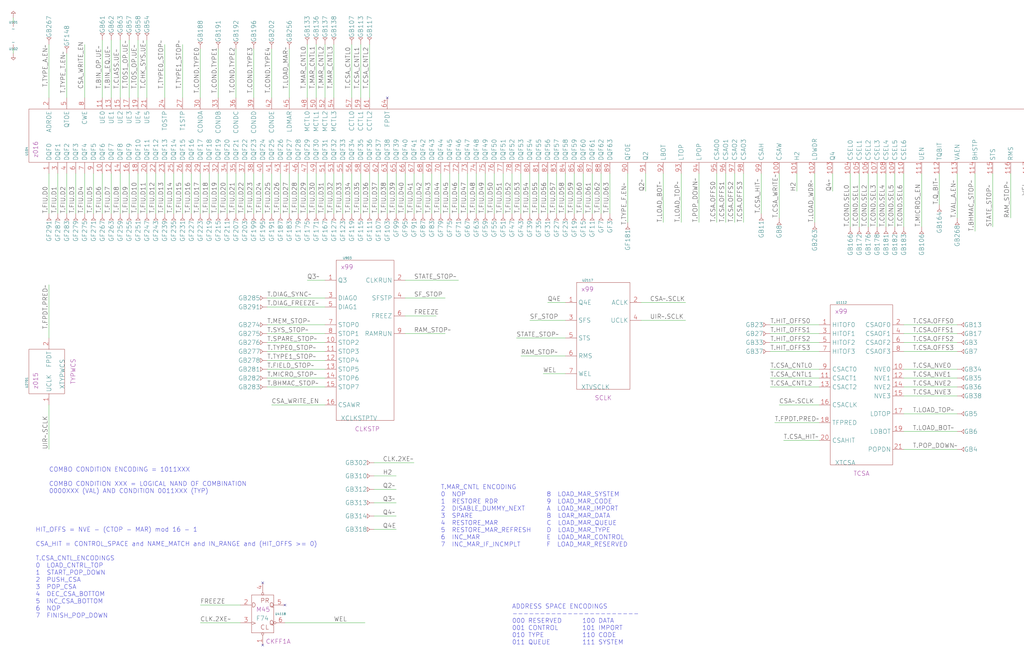
<source format=kicad_sch>
(kicad_sch (version 20230121) (generator eeschema)
  (paper "User" 584.2 378.46)
  (title_block (title "TYP Main"))
  (no_connect (at 162.56 345.44))
  (no_connect (at 149.86 368.3))
  (no_connect (at 220.98 55.88))
  (no_connect (at 149.86 332.74))
  (wire (pts (xy 154.94 231.14) (xy 185.42 231.14)))
  (wire (pts (xy 500.38 129.54) (xy 500.38 99.06)))
  (wire (pts (xy 220.98 121.92) (xy 220.98 99.06)))
  (wire (pts (xy 213.36 302.26) (xy 226.06 302.26)))
  (wire (pts (xy 368.3 109.22) (xy 368.3 99.06)))
  (wire (pts (xy 495.3 129.54) (xy 495.3 99.06)))
  (wire (pts (xy 302.26 182.88) (xy 322.58 182.88)))
  (wire (pts (xy 43.18 121.92) (xy 43.18 99.06)))
  (wire (pts (xy 515.62 236.22) (xy 546.1 236.22)))
  (wire (pts (xy 439.42 195.58) (xy 467.36 195.58)))
  (wire (pts (xy 205.74 121.92) (xy 205.74 99.06)))
  (wire (pts (xy 213.36 287.02) (xy 226.06 287.02)))
  (wire (pts (xy 408.94 127) (xy 408.94 99.06)))
  (wire (pts (xy 73.66 55.88) (xy 73.66 22.86)))
  (wire (pts (xy 152.4 200.66) (xy 185.42 200.66)))
  (wire (pts (xy 68.58 121.92) (xy 68.58 99.06)))
  (wire (pts (xy 124.46 121.92) (xy 124.46 99.06)))
  (wire (pts (xy 246.38 121.92) (xy 246.38 99.06)))
  (wire (pts (xy 195.58 121.92) (xy 195.58 99.06)))
  (wire (pts (xy 256.54 121.92) (xy 256.54 99.06)))
  (wire (pts (xy 424.18 127) (xy 424.18 99.06)))
  (wire (pts (xy 474.98 109.22) (xy 474.98 99.06)))
  (wire (pts (xy 149.86 121.92) (xy 149.86 99.06)))
  (wire (pts (xy 307.34 121.92) (xy 307.34 99.06)))
  (wire (pts (xy 48.26 121.92) (xy 48.26 99.06)))
  (wire (pts (xy 515.62 215.9) (xy 546.1 215.9)))
  (wire (pts (xy 170.18 121.92) (xy 170.18 99.06)))
  (wire (pts (xy 152.4 170.18) (xy 185.42 170.18)))
  (wire (pts (xy 215.9 121.92) (xy 215.9 99.06)))
  (wire (pts (xy 160.02 121.92) (xy 160.02 99.06)))
  (wire (pts (xy 414.02 127) (xy 414.02 99.06)))
  (wire (pts (xy 152.4 215.9) (xy 185.42 215.9)))
  (wire (pts (xy 231.14 170.18) (xy 254 170.18)))
  (wire (pts (xy 68.58 55.88) (xy 68.58 22.86)))
  (wire (pts (xy 210.82 55.88) (xy 210.82 25.4)))
  (wire (pts (xy 7.62 27.94) (xy 7.62 30.48)))
  (wire (pts (xy 596.9 99.06) (xy 596.9 119.38)))
  (wire (pts (xy 83.82 121.92) (xy 83.82 99.06)))
  (wire (pts (xy 134.62 55.88) (xy 134.62 27.94)))
  (wire (pts (xy 154.94 55.88) (xy 154.94 27.94)))
  (wire (pts (xy 327.66 121.92) (xy 327.66 99.06)))
  (wire (pts (xy 297.18 203.2) (xy 322.58 203.2)))
  (wire (pts (xy 124.46 55.88) (xy 124.46 27.94)))
  (wire (pts (xy 213.36 279.4) (xy 226.06 279.4)))
  (wire (pts (xy 210.82 121.92) (xy 210.82 99.06)))
  (wire (pts (xy 281.94 121.92) (xy 281.94 99.06)))
  (wire (pts (xy 515.62 246.38) (xy 546.1 246.38)))
  (wire (pts (xy 152.4 210.82) (xy 185.42 210.82)))
  (wire (pts (xy 134.62 121.92) (xy 134.62 99.06)))
  (wire (pts (xy 63.5 22.86) (xy 63.5 55.88)))
  (wire (pts (xy 73.66 121.92) (xy 73.66 99.06)))
  (wire (pts (xy 342.9 121.92) (xy 342.9 99.06)))
  (wire (pts (xy 190.5 121.92) (xy 190.5 99.06)))
  (wire (pts (xy 525.78 129.54) (xy 525.78 99.06)))
  (wire (pts (xy 576.58 99.06) (xy 576.58 124.46)))
  (wire (pts (xy 38.1 55.88) (xy 38.1 30.48)))
  (wire (pts (xy 515.62 200.66) (xy 546.1 200.66)))
  (wire (pts (xy 241.3 121.92) (xy 241.3 99.06)))
  (wire (pts (xy 175.26 160.02) (xy 185.42 160.02)))
  (wire (pts (xy 398.78 127) (xy 398.78 99.06)))
  (wire (pts (xy 312.42 121.92) (xy 312.42 99.06)))
  (wire (pts (xy 439.42 200.66) (xy 467.36 200.66)))
  (wire (pts (xy 38.1 121.92) (xy 38.1 99.06)))
  (wire (pts (xy 63.5 121.92) (xy 63.5 99.06)))
  (wire (pts (xy 485.14 129.54) (xy 485.14 99.06)))
  (wire (pts (xy 114.3 345.44) (xy 137.16 345.44)))
  (wire (pts (xy 556.26 99.06) (xy 556.26 132.08)))
  (wire (pts (xy 505.46 129.54) (xy 505.46 99.06)))
  (wire (pts (xy 27.94 193.04) (xy 27.94 162.56)))
  (wire (pts (xy 27.94 121.92) (xy 27.94 99.06)))
  (wire (pts (xy 439.42 190.5) (xy 467.36 190.5)))
  (wire (pts (xy 213.36 294.64) (xy 226.06 294.64)))
  (wire (pts (xy 119.38 121.92) (xy 119.38 99.06)))
  (wire (pts (xy 231.14 160.02) (xy 261.62 160.02)))
  (wire (pts (xy 165.1 121.92) (xy 165.1 99.06)))
  (wire (pts (xy 190.5 55.88) (xy 190.5 25.4)))
  (wire (pts (xy 294.64 193.04) (xy 322.58 193.04)))
  (wire (pts (xy 546.1 124.46) (xy 546.1 99.06)))
  (wire (pts (xy 510.54 129.54) (xy 510.54 99.06)))
  (wire (pts (xy 251.46 121.92) (xy 251.46 99.06)))
  (wire (pts (xy 226.06 121.92) (xy 226.06 99.06)))
  (wire (pts (xy 231.14 180.34) (xy 248.92 180.34)))
  (wire (pts (xy 419.1 127) (xy 419.1 99.06)))
  (wire (pts (xy 347.98 121.92) (xy 347.98 99.06)))
  (wire (pts (xy 7.62 10.16) (xy 7.62 12.7)))
  (wire (pts (xy 78.74 55.88) (xy 78.74 22.86)))
  (wire (pts (xy 515.62 210.82) (xy 546.1 210.82)))
  (wire (pts (xy 515.62 190.5) (xy 546.1 190.5)))
  (wire (pts (xy 365.76 182.88) (xy 391.16 182.88)))
  (wire (pts (xy 332.74 121.92) (xy 332.74 99.06)))
  (wire (pts (xy 302.26 121.92) (xy 302.26 99.06)))
  (wire (pts (xy 83.82 55.88) (xy 83.82 22.86)))
  (wire (pts (xy 200.66 121.92) (xy 200.66 99.06)))
  (wire (pts (xy 444.5 231.14) (xy 467.36 231.14)))
  (wire (pts (xy 358.14 99.06) (xy 358.14 127)))
  (wire (pts (xy 114.3 355.6) (xy 137.16 355.6)))
  (wire (pts (xy 109.22 121.92) (xy 109.22 99.06)))
  (wire (pts (xy 104.14 55.88) (xy 104.14 25.4)))
  (wire (pts (xy 378.46 127) (xy 378.46 99.06)))
  (wire (pts (xy 439.42 185.42) (xy 467.36 185.42)))
  (wire (pts (xy 447.04 251.46) (xy 467.36 251.46)))
  (wire (pts (xy 287.02 121.92) (xy 287.02 99.06)))
  (wire (pts (xy 261.62 121.92) (xy 261.62 99.06)))
  (wire (pts (xy 586.74 99.06) (xy 586.74 111.76)))
  (wire (pts (xy 88.9 121.92) (xy 88.9 99.06)))
  (wire (pts (xy 53.34 121.92) (xy 53.34 99.06)))
  (wire (pts (xy 515.62 195.58) (xy 546.1 195.58)))
  (wire (pts (xy 266.7 121.92) (xy 266.7 99.06)))
  (wire (pts (xy 114.3 55.88) (xy 114.3 27.94)))
  (wire (pts (xy 515.62 256.54) (xy 546.1 256.54)))
  (wire (pts (xy 139.7 121.92) (xy 139.7 99.06)))
  (wire (pts (xy 185.42 55.88) (xy 185.42 25.4)))
  (wire (pts (xy 58.42 55.88) (xy 58.42 22.86)))
  (wire (pts (xy 231.14 121.92) (xy 231.14 99.06)))
  (wire (pts (xy 337.82 121.92) (xy 337.82 99.06)))
  (wire (pts (xy 322.58 121.92) (xy 322.58 99.06)))
  (wire (pts (xy 99.06 121.92) (xy 99.06 99.06)))
  (wire (pts (xy 205.74 55.88) (xy 205.74 25.4)))
  (wire (pts (xy 144.78 55.88) (xy 144.78 27.94)))
  (wire (pts (xy 515.62 220.98) (xy 546.1 220.98)))
  (wire (pts (xy 58.42 121.92) (xy 58.42 99.06)))
  (wire (pts (xy 152.4 220.98) (xy 185.42 220.98)))
  (wire (pts (xy 162.56 355.6) (xy 208.28 355.6)))
  (wire (pts (xy 180.34 121.92) (xy 180.34 99.06)))
  (wire (pts (xy 434.34 121.92) (xy 434.34 99.06)))
  (wire (pts (xy 607.06 99.06) (xy 607.06 121.92)))
  (wire (pts (xy 144.78 121.92) (xy 144.78 99.06)))
  (wire (pts (xy 464.82 127) (xy 464.82 99.06)))
  (wire (pts (xy 129.54 121.92) (xy 129.54 99.06)))
  (wire (pts (xy 78.74 121.92) (xy 78.74 99.06)))
  (wire (pts (xy 439.42 210.82) (xy 467.36 210.82)))
  (wire (pts (xy 439.42 220.98) (xy 467.36 220.98)))
  (wire (pts (xy 317.5 121.92) (xy 317.5 99.06)))
  (wire (pts (xy 175.26 121.92) (xy 175.26 99.06)))
  (wire (pts (xy 439.42 215.9) (xy 467.36 215.9)))
  (wire (pts (xy 152.4 185.42) (xy 185.42 185.42)))
  (wire (pts (xy 104.14 121.92) (xy 104.14 99.06)))
  (wire (pts (xy 365.76 172.72) (xy 391.16 172.72)))
  (wire (pts (xy 515.62 185.42) (xy 546.1 185.42)))
  (wire (pts (xy 454.66 109.22) (xy 454.66 99.06)))
  (wire (pts (xy 152.4 205.74) (xy 185.42 205.74)))
  (wire (pts (xy 165.1 55.88) (xy 165.1 27.94)))
  (wire (pts (xy 566.42 99.06) (xy 566.42 129.54)))
  (wire (pts (xy 515.62 226.06) (xy 546.1 226.06)))
  (wire (pts (xy 154.94 121.92) (xy 154.94 99.06)))
  (wire (pts (xy 309.88 213.36) (xy 322.58 213.36)))
  (wire (pts (xy 48.26 55.88) (xy 48.26 25.4)))
  (wire (pts (xy 388.62 127) (xy 388.62 99.06)))
  (wire (pts (xy 297.18 121.92) (xy 297.18 99.06)))
  (wire (pts (xy 515.62 129.54) (xy 515.62 99.06)))
  (wire (pts (xy 236.22 121.92) (xy 236.22 99.06)))
  (wire (pts (xy 490.22 129.54) (xy 490.22 99.06)))
  (wire (pts (xy 185.42 121.92) (xy 185.42 99.06)))
  (wire (pts (xy 93.98 55.88) (xy 93.98 25.4)))
  (wire (pts (xy 444.5 124.46) (xy 444.5 99.06)))
  (wire (pts (xy 175.26 55.88) (xy 175.26 25.4)))
  (wire (pts (xy 27.94 256.54) (xy 27.94 231.14)))
  (wire (pts (xy 180.34 55.88) (xy 180.34 25.4)))
  (wire (pts (xy 27.94 25.4) (xy 27.94 55.88)))
  (wire (pts (xy 152.4 195.58) (xy 185.42 195.58)))
  (wire (pts (xy 152.4 190.5) (xy 185.42 190.5)))
  (wire (pts (xy 213.36 264.16) (xy 236.22 264.16)))
  (wire (pts (xy 33.02 121.92) (xy 33.02 99.06)))
  (wire (pts (xy 535.94 116.84) (xy 535.94 99.06)))
  (wire (pts (xy 231.14 190.5) (xy 254 190.5)))
  (wire (pts (xy 93.98 121.92) (xy 93.98 99.06)))
  (wire (pts (xy 152.4 175.26) (xy 185.42 175.26)))
  (wire (pts (xy 292.1 121.92) (xy 292.1 99.06)))
  (wire (pts (xy 441.96 241.3) (xy 467.36 241.3)))
  (wire (pts (xy 312.42 172.72) (xy 322.58 172.72)))
  (wire (pts (xy 271.78 121.92) (xy 271.78 99.06)))
  (wire (pts (xy 213.36 271.78) (xy 226.06 271.78)))
  (wire (pts (xy 200.66 55.88) (xy 200.66 25.4)))
  (wire (pts (xy 114.3 121.92) (xy 114.3 99.06)))
  (wire (pts (xy 276.86 121.92) (xy 276.86 99.06)))
  (text "HIT_OFFS = NVE - (CTOP - MAR) mod 16 - 1 \n \nCSA_HIT = CONTROL_SPACE and NAME_MATCH and IN_RANGE and (HIT_OFFS >= 0) \n \nT.CSA_CNTL_ENCODINGS\n0  LOAD_CNTRL_TOP\n1  START_POP_DOWN\n2  PUSH_CSA\n3  POP_CSA\n4  DEC_CSA_BOTTOM\n5  INC_CSA_BOTTOM\n6  NOP\n7  FINISH_POP_DOWN\n" (at 20.32 353.06 0) (effects (font (size 2.54 2.54)) (justify left bottom)))
  (text "ADDRESS SPACE ENCODINGS\n-----------------------\n000 RESERVED	100 DATA\n001 CONTROL		101 IMPORT\n010 TYPE		110 CODE\n011 QUEUE		111 SYSTEM" (at 292.1 368.3 0) (effects (font (size 2.54 2.54)) (justify left bottom)))
  (text "TYPE BOARD CONDITION ENCODINGS\n------------------------------\n\nENCODING	TIMING			NAME						COMMENT\n--------	------			----						-------\n0011 000	LATE			TYP_ALU_ZERO\n0011 001	LATE			TYP_ALU_NONEZERO\n0011 010	LATE			TYP_ALU_A_GT_OR_GE_B\n0011 011					SPARE\n0011 100	EARLY			TYP_LOOP_COUNTER_ZERO\n0011 101					SPARE\n0011 110	LATE			TYP_ALU_ZERO				COMBO WITH VAL_ALU_NONZERO\n0011 111	LATE			TYP_ALU_32_CO				ALU 32 BIT CARRY OUT\n\n0100 000	LATE			TYP_ALU_CARRY				ALU 64 BIT CARRY OUT\n0100 001	LATE			TYP_ALU_OVERFLOW			ALU 64 BIT OVERFLOW\n0100 010	LATE			TYP_ALU_LT_ZERO				MSS OF ALU = 1 (ALU < 0)\n0100 011	LATE			TYP_ALU_LE_ZERO\n0100 100	MED LATE		TYP_SIGN_BITS_EQUAL			A0 = B0\n0100 101	EARLY			TYP_FALSE\n0100 110	EARLY			TYP_TRUE\n0100 111	EARLY			TYP_PREVIOUS				LAST SELECTED TYP CONDITION\n\n0101 000	MED LATE		OF_KIND_MATCH\n0101 001	MED LATE		CLASS_A_EQ_LIT\n0101 010	MED LATE		CLASS_B_EQ_LIT\n0101 011	MED LATE		CLASS_A_EQ_B\n0101 100	MED LATE		CLASS_A_B_EQ_LIT\n0101 101	MED LATE		PRIVACY_A_OP_PASS\n0101 110	MED LATE		PRIVACY_B_OP_PASS\n0101 111	MED LATE		PRIVACY_BIN_EQ_PASS\n\n0110 000	MED LATE		PRIVACY_BIN_OP_PASS\n0110 001	MED LATE		PRIVACY_NAMES_EQ\n0110 010	MED LATE		PRIVACY_PATHS_EQ\n0110 011	MED LATE		PRIVACY_STRUCTURE\n0110 100	EARLY			PASS_PRIVACY_BIT\n0110 101	MED LATE		B_BUS_BIT_32\n0110 110	MED LATE		B_BUS_BIT_33\n0110 111	MED LATE		B_BUS_BIT_34\n\n0111 000	MED LATE		B_BUS_BIT_35\n0111 001	MED LATE		B_BUS_BIT_36\n0111 010	MED LATE		B_BUS_BIT_33_34_OR_36\n0111 011					SPARE\n...\n0111 110					SPARE\n0111 111	MED LATE		B_BUS_BIT_21" (at 586.74 375.92 0) (effects (font (size 2.54 2.54)) (justify left bottom)))
  (text "COMBO CONDITION ENCODING = 1011XXX\n\nCOMBO CONDITION XXX = LOGICAL NAND OF COMBINATION\n0000XXX (VAL) AND CONDITION 0011XXX (TYP)\n" (at 27.94 281.94 0) (effects (font (size 2.54 2.54)) (justify left bottom)))
  (text "T.MAR_CNTL ENCODING \n0  NOP                 	8  LOAD_MAR_SYSTEM \n1  RESTORE RDR         	9  LOAD_MAR_CODE\n2  DISABLE_DUMMY_NEXT  	A  LOAD_MAR_IMPORT\n3  SPARE               	B  LOAR_MAR_DATA\n4  RESTORE_MAR         	C  LOAD_MAR_QUEUE\n5  RESTORE_MAR_REFRESH 	D  LOAD_MAR_TYPE\n6  INC_MAR             	E  LOAD_MAR_CONTROL\n7  INC_MAR_IF_INCMPLT  	F  LOAD_MAR_RESERVED\n" (at 251.46 312.42 0) (effects (font (size 2.54 2.54)) (justify left bottom)))
  (text "[AB].D35 - [AB]_DERIVES_PRIVACY~\n[AB].D34 - [AB]_IS_PRIVATE~" (at 378.46 601.98 90) (effects (font (size 2.54 2.54)) (justify left bottom)))
  (label "T.FIU.D27" (at 165.1 121.92 90) (effects (font (size 2.54 2.54))))
  (label "T.COND.TYPE3" (at 144.78 53.34 90) (effects (font (size 2.54 2.54))))
  (label "T.DIAG_FREEZE~" (at 152.4 175.26 0) (effects (font (size 2.54 2.54))))
  (label "T.FIU.D59" (at 327.66 121.92 90) (effects (font (size 2.54 2.54))))
  (label "T.FIU.D23" (at 144.78 121.92 90) (effects (font (size 2.54 2.54))))
  (label "T.COND.SEL5" (at 510.54 129.54 90) (effects (font (size 2.54 2.54))))
  (label "T.SPARE_STOP~" (at 152.4 195.58 0) (effects (font (size 2.54 2.54))))
  (label "T.FIU.D41" (at 236.22 121.92 90) (effects (font (size 2.54 2.54))))
  (label "RAM_STOP~" (at 576.58 124.46 90) (effects (font (size 2.54 2.54))))
  (label "T.CSA_CNTL2" (at 210.82 50.8 90) (effects (font (size 2.54 2.54))))
  (label "T.FIU.D36" (at 210.82 121.92 90) (effects (font (size 2.54 2.54))))
  (label "T.CSA_CNTL1" (at 205.74 50.8 90) (effects (font (size 2.54 2.54))))
  (label "Q4E" (at 218.44 302.26 0) (effects (font (size 2.54 2.54))))
  (label "FREEZE" (at 236.22 180.34 0) (effects (font (size 2.54 2.54))))
  (label "T.MAR_CNTL1" (at 180.34 50.8 90) (effects (font (size 2.54 2.54))))
  (label "T.BHMAC_STOP~" (at 556.26 132.08 90) (effects (font (size 2.54 2.54))))
  (label "H2" (at 454.66 109.22 90) (effects (font (size 2.54 2.54))))
  (label "T.FIU.D12" (at 88.9 121.92 90) (effects (font (size 2.54 2.54))))
  (label "T.FIU.D57" (at 317.5 121.92 90) (effects (font (size 2.54 2.54))))
  (label "T.CSA.OFFS1" (at 414.02 127 90) (effects (font (size 2.54 2.54))))
  (label "H2" (at 218.44 271.78 0) (effects (font (size 2.54 2.54))))
  (label "T.SYS_STOP~" (at 152.4 190.5 0) (effects (font (size 2.54 2.54))))
  (label "T.FIU.D56" (at 312.42 121.92 90) (effects (font (size 2.54 2.54))))
  (label "T.FIU.D49" (at 276.86 121.92 90) (effects (font (size 2.54 2.54))))
  (label "T.FIU.D30" (at 180.34 121.92 90) (effects (font (size 2.54 2.54))))
  (label "T.FIU.D2" (at 38.1 121.92 90) (effects (font (size 2.54 2.54))))
  (label "T.POP_DOWN~" (at 520.7 256.54 0) (effects (font (size 2.54 2.54))))
  (label "T.FIU.D34" (at 200.66 121.92 90) (effects (font (size 2.54 2.54))))
  (label "T.LOAD_MAR~" (at 165.1 50.8 90) (effects (font (size 2.54 2.54))))
  (label "T.TYPE1_STOP~" (at 152.4 205.74 0) (effects (font (size 2.54 2.54))))
  (label "T.FIU.D4" (at 48.26 121.92 90) (effects (font (size 2.54 2.54))))
  (label "T.VAL_A.EN~" (at 546.1 124.46 90) (effects (font (size 2.54 2.54))))
  (label "SF_STOP" (at 236.22 170.18 0) (effects (font (size 2.54 2.54))))
  (label "T.FIU.D62" (at 342.9 121.92 90) (effects (font (size 2.54 2.54))))
  (label "SF_STOP" (at 302.26 182.88 0) (effects (font (size 2.54 2.54))))
  (label "T.CSA.OFFS0" (at 408.94 127 90) (effects (font (size 2.54 2.54))))
  (label "UIR~.SCLK" (at 27.94 256.54 90) (effects (font (size 2.54 2.54))))
  (label "T.CSA_WRITE~" (at 444.5 124.46 90) (effects (font (size 2.54 2.54))))
  (label "T.FIU.D8" (at 68.58 121.92 90) (effects (font (size 2.54 2.54))))
  (label "T.COND.TYPE1" (at 124.46 53.34 90) (effects (font (size 2.54 2.54))))
  (label "T.CSA_NVE1" (at 520.7 215.9 0) (effects (font (size 2.54 2.54))))
  (label "T.COND.SEL0" (at 485.14 129.54 90) (effects (font (size 2.54 2.54))))
  (label "T.FIU.D20" (at 129.54 121.92 90) (effects (font (size 2.54 2.54))))
  (label "T.LOAD_TOP~" (at 520.7 236.22 0) (effects (font (size 2.54 2.54))))
  (label "CSA_WRITE_EN" (at 154.94 231.14 0) (effects (font (size 2.54 2.54))))
  (label "T.FIU.D60" (at 332.74 121.92 90) (effects (font (size 2.54 2.54))))
  (label "CLK.2XE~" (at 218.44 264.16 0) (effects (font (size 2.54 2.54))))
  (label "T.CSA_HIT~" (at 434.34 121.92 90) (effects (font (size 2.54 2.54))))
  (label "T.CSA.OFFS2" (at 520.7 195.58 0) (effects (font (size 2.54 2.54))))
  (label "T.POP_DOWN~" (at 398.78 127 90) (effects (font (size 2.54 2.54))))
  (label "T.HIT_OFFS0" (at 439.42 185.42 0) (effects (font (size 2.54 2.54))))
  (label "T.FIU.D1" (at 33.02 121.92 90) (effects (font (size 2.54 2.54))))
  (label "T.FIU.D0" (at 27.94 121.92 90) (effects (font (size 2.54 2.54))))
  (label "T.CLASS.UE~" (at 68.58 50.8 90) (effects (font (size 2.54 2.54))))
  (label "T.FIU.D61" (at 337.82 121.92 90) (effects (font (size 2.54 2.54))))
  (label "T.FIU.D51" (at 287.02 121.92 90) (effects (font (size 2.54 2.54))))
  (label "T.COND.TYPE2" (at 134.62 53.34 90) (effects (font (size 2.54 2.54))))
  (label "FREEZE" (at 596.9 119.38 90) (effects (font (size 2.54 2.54))))
  (label "T.CSA.OFFS3" (at 520.7 200.66 0) (effects (font (size 2.54 2.54))))
  (label "T.FIU.D50" (at 281.94 121.92 90) (effects (font (size 2.54 2.54))))
  (label "STATE_STOP~" (at 236.22 160.02 0) (effects (font (size 2.54 2.54))))
  (label "RAM_STOP~" (at 236.22 190.5 0) (effects (font (size 2.54 2.54))))
  (label "T.COND.SEL2" (at 495.3 129.54 90) (effects (font (size 2.54 2.54))))
  (label "T.MAR_CNTL3" (at 190.5 50.8 90) (effects (font (size 2.54 2.54))))
  (label "T.BIN_EQ.UE~" (at 63.5 50.8 90) (effects (font (size 2.54 2.54))))
  (label "T.CHK_SYS.UE~" (at 83.82 50.8 90) (effects (font (size 2.54 2.54))))
  (label "T.TYPE_F.EN~" (at 358.14 104.14 270) (effects (font (size 2.54 2.54))))
  (label "T.FIU.D26" (at 160.02 121.92 90) (effects (font (size 2.54 2.54))))
  (label "T.FIU.D25" (at 154.94 121.92 90) (effects (font (size 2.54 2.54))))
  (label "T.BHMAC_STOP~" (at 152.4 220.98 0) (effects (font (size 2.54 2.54))))
  (label "T.FIU.D47" (at 266.7 121.92 90) (effects (font (size 2.54 2.54))))
  (label "T.COND.SEL6" (at 515.62 129.54 90) (effects (font (size 2.54 2.54))))
  (label "T.CSA.OFFS0" (at 520.7 185.42 0) (effects (font (size 2.54 2.54))))
  (label "T.FIU.D43" (at 246.38 121.92 90) (effects (font (size 2.54 2.54))))
  (label "STATE_STOP~" (at 566.42 129.54 90) (effects (font (size 2.54 2.54))))
  (label "T.TOS1_OP.UE~" (at 73.66 50.8 90) (effects (font (size 2.54 2.54))))
  (label "T.FIU.D37" (at 215.9 121.92 90) (effects (font (size 2.54 2.54))))
  (label "T.CSA_HIT~" (at 447.04 251.46 0) (effects (font (size 2.54 2.54))))
  (label "T.CSA.OFFS1" (at 520.7 190.5 0) (effects (font (size 2.54 2.54))))
  (label "T.HIT_OFFS1" (at 439.42 190.5 0) (effects (font (size 2.54 2.54))))
  (label "T.FIU.D63" (at 347.98 121.92 90) (effects (font (size 2.54 2.54))))
  (label "T.TYPE0_STOP~" (at 93.98 50.8 90) (effects (font (size 2.54 2.54))))
  (label "T.LOAD_BOT~" (at 520.7 246.38 0) (effects (font (size 2.54 2.54))))
  (label "T.Q_BIT~" (at 535.94 116.84 90) (effects (font (size 2.54 2.54))))
  (label "T.HIT_OFFS3" (at 439.42 200.66 0) (effects (font (size 2.54 2.54))))
  (label "T.TOS_OP.UE~" (at 78.74 50.8 90) (effects (font (size 2.54 2.54))))
  (label "T.DIAG_SYNC~" (at 152.4 170.18 0) (effects (font (size 2.54 2.54))))
  (label "T.MICROS_EN" (at 525.78 129.54 90) (effects (font (size 2.54 2.54))))
  (label "Q4~" (at 474.98 109.22 90) (effects (font (size 2.54 2.54))))
  (label "T.FIU.D48" (at 271.78 121.92 90) (effects (font (size 2.54 2.54))))
  (label "T.MICRO_STOP~" (at 152.4 215.9 0) (effects (font (size 2.54 2.54))))
  (label "CSA~.SCLK" (at 444.5 231.14 0) (effects (font (size 2.54 2.54))))
  (label "T.MAR_CNTL0" (at 175.26 50.8 90) (effects (font (size 2.54 2.54))))
  (label "T.COND.SEL3" (at 500.38 129.54 90) (effects (font (size 2.54 2.54))))
  (label "FREEZE" (at 114.3 345.44 0) (effects (font (size 2.54 2.54))))
  (label "T.FIU.D55" (at 307.34 121.92 90) (effects (font (size 2.54 2.54))))
  (label "T.CSA_NVE3" (at 520.7 226.06 0) (effects (font (size 2.54 2.54))))
  (label "T.COND.SEL1" (at 490.22 129.54 90) (effects (font (size 2.54 2.54))))
  (label "SF_STOP" (at 607.06 121.92 90) (effects (font (size 2.54 2.54))))
  (label "T.MAR_CNTL2" (at 185.42 50.8 90) (effects (font (size 2.54 2.54))))
  (label "T.MEM_STOP~" (at 152.4 185.42 0) (effects (font (size 2.54 2.54))))
  (label "T.FPDT.PRED~" (at 441.96 241.3 0) (effects (font (size 2.54 2.54))))
  (label "T.FIU.D3" (at 43.18 121.92 90) (effects (font (size 2.54 2.54))))
  (label "T.HIT_OFFS2" (at 439.42 195.58 0) (effects (font (size 2.54 2.54))))
  (label "T.FIU.D6" (at 58.42 121.92 90) (effects (font (size 2.54 2.54))))
  (label "T.FIU.D46" (at 261.62 121.92 90) (effects (font (size 2.54 2.54))))
  (label "T.FIU.D7" (at 63.5 121.92 90) (effects (font (size 2.54 2.54))))
  (label "T.BIN_OP.UE~" (at 58.42 50.8 90) (effects (font (size 2.54 2.54))))
  (label "T.FIU.D17" (at 114.3 121.92 90) (effects (font (size 2.54 2.54))))
  (label "T.COND.TYPE0" (at 114.3 53.34 90) (effects (font (size 2.54 2.54))))
  (label "T.FIU.D14" (at 99.06 121.92 90) (effects (font (size 2.54 2.54))))
  (label "T.FIU.D38" (at 220.98 121.92 90) (effects (font (size 2.54 2.54))))
  (label "T.FIU.D35" (at 205.74 121.92 90) (effects (font (size 2.54 2.54))))
  (label "T.FIU.D52" (at 292.1 121.92 90) (effects (font (size 2.54 2.54))))
  (label "T.TYPE_T.EN~" (at 38.1 53.34 90) (effects (font (size 2.54 2.54))))
  (label "T.TYPE0_STOP~" (at 152.4 200.66 0) (effects (font (size 2.54 2.54))))
  (label "WEL" (at 190.5 355.6 0) (effects (font (size 2.54 2.54))))
  (label "T.CSA_NVE0" (at 520.7 210.82 0) (effects (font (size 2.54 2.54))))
  (label "T.CSA.OFFS3" (at 424.18 127 90) (effects (font (size 2.54 2.54))))
  (label "T.FIU.D13" (at 93.98 121.92 90) (effects (font (size 2.54 2.54))))
  (label "T.FIU.D58" (at 322.58 121.92 90) (effects (font (size 2.54 2.54))))
  (label "T.FIU.D10" (at 78.74 121.92 90) (effects (font (size 2.54 2.54))))
  (label "RAM_STOP~" (at 297.18 203.2 0) (effects (font (size 2.54 2.54))))
  (label "T.FIU.D28" (at 170.18 121.92 90) (effects (font (size 2.54 2.54))))
  (label "T.FIU.D16" (at 109.22 121.92 90) (effects (font (size 2.54 2.54))))
  (label "T.FPDT.PRED~" (at 27.94 187.96 90) (effects (font (size 2.54 2.54))))
  (label "Q2~" (at 218.44 279.4 0) (effects (font (size 2.54 2.54))))
  (label "WEL" (at 309.88 213.36 0) (effects (font (size 2.54 2.54))))
  (label "T.FIU.D22" (at 139.7 121.92 90) (effects (font (size 2.54 2.54))))
  (label "T.FIU.D54" (at 302.26 121.92 90) (effects (font (size 2.54 2.54))))
  (label "T.FIU.D53" (at 297.18 121.92 90) (effects (font (size 2.54 2.54))))
  (label "T.FIU.D9" (at 73.66 121.92 90) (effects (font (size 2.54 2.54))))
  (label "T.TYPE_A.EN~" (at 27.94 25.4 270) (effects (font (size 2.54 2.54))))
  (label "Q3~" (at 218.44 287.02 0) (effects (font (size 2.54 2.54))))
  (label "T.CSA_CNTL0" (at 200.66 50.8 90) (effects (font (size 2.54 2.54))))
  (label "T.FIU.D45" (at 256.54 121.92 90) (effects (font (size 2.54 2.54))))
  (label "CSA~.SCLK" (at 370.84 172.72 0) (effects (font (size 2.54 2.54))))
  (label "T.FIU.D11" (at 83.82 121.92 90) (effects (font (size 2.54 2.54))))
  (label "T.FIU.D18" (at 119.38 121.92 90) (effects (font (size 2.54 2.54))))
  (label "T.LOAD_TOP~" (at 388.62 127 90) (effects (font (size 2.54 2.54))))
  (label "CSA_WRITE_EN" (at 48.26 50.8 90) (effects (font (size 2.54 2.54))))
  (label "STATE_STOP~" (at 294.64 193.04 0) (effects (font (size 2.54 2.54))))
  (label "T.FIU.D40" (at 231.14 121.92 90) (effects (font (size 2.54 2.54))))
  (label "T.FIU.D32" (at 190.5 121.92 90) (effects (font (size 2.54 2.54))))
  (label "T.FIU.D31" (at 185.42 121.92 90) (effects (font (size 2.54 2.54))))
  (label "CLK.2XE~" (at 114.3 355.6 0) (effects (font (size 2.54 2.54))))
  (label "T.FIU.D42" (at 241.3 121.92 90) (effects (font (size 2.54 2.54))))
  (label "T.FIU.D24" (at 149.86 121.92 90) (effects (font (size 2.54 2.54))))
  (label "T.CSA_CNTL1" (at 439.42 215.9 0) (effects (font (size 2.54 2.54))))
  (label "T.FIU.D21" (at 134.62 121.92 90) (effects (font (size 2.54 2.54))))
  (label "T.FIELD_STOP~" (at 152.4 210.82 0) (effects (font (size 2.54 2.54))))
  (label "T.FIU.D39" (at 226.06 121.92 90) (effects (font (size 2.54 2.54))))
  (label "Q4E" (at 312.42 172.72 0) (effects (font (size 2.54 2.54))))
  (label "T.FIU.D19" (at 124.46 121.92 90) (effects (font (size 2.54 2.54))))
  (label "T.COND.SEL4" (at 505.46 129.54 90) (effects (font (size 2.54 2.54))))
  (label "T.FIU.D44" (at 251.46 121.92 90) (effects (font (size 2.54 2.54))))
  (label "Q2~" (at 368.3 109.22 90) (effects (font (size 2.54 2.54))))
  (label "T.LOAD_WDR~" (at 464.82 127 90) (effects (font (size 2.54 2.54))))
  (label "T.LOAD_BOT~" (at 378.46 127 90) (effects (font (size 2.54 2.54))))
  (label "Q3~" (at 175.26 160.02 0) (effects (font (size 2.54 2.54))))
  (label "T.FIU.D5" (at 53.34 121.92 90) (effects (font (size 2.54 2.54))))
  (label "Q4~" (at 218.44 294.64 0) (effects (font (size 2.54 2.54))))
  (label "T.CSA_CNTL2" (at 439.42 220.98 0) (effects (font (size 2.54 2.54))))
  (label "T.COND.TYPE4" (at 154.94 53.34 90) (effects (font (size 2.54 2.54))))
  (label "T.FIU.D29" (at 175.26 121.92 90) (effects (font (size 2.54 2.54))))
  (label "T.CSA.OFFS2" (at 419.1 127 90) (effects (font (size 2.54 2.54))))
  (label "T.CSA_NVE2" (at 520.7 220.98 0) (effects (font (size 2.54 2.54))))
  (label "T.CSA_CNTL0" (at 439.42 210.82 0) (effects (font (size 2.54 2.54))))
  (label "T.FIU.D15" (at 104.14 121.92 90) (effects (font (size 2.54 2.54))))
  (label "WEL" (at 586.74 111.76 90) (effects (font (size 2.54 2.54))))
  (label "UIR~.SCLK" (at 370.84 182.88 0) (effects (font (size 2.54 2.54))))
  (label "T.TYPE1_STOP~" (at 104.14 50.8 90) (effects (font (size 2.54 2.54))))
  (label "T.FIU.D33" (at 195.58 121.92 90) (effects (font (size 2.54 2.54))))
  (symbol (lib_id "r1000:GB") (at 73.66 22.86 90) (unit 1)
    (property "Reference" "GB57" (at 73.66 19.05 0) (effects (font (size 2.54 2.54)) (justify left)))
    (property "Value" "GB" (effects hide))
  )
  (symbol (lib_id "r1000:GF") (at 78.74 121.92 90) (mirror x) (unit 1)
    (property "Reference" "GF251" (at 78.74 125.73 0) (effects (font (size 2.54 2.54)) (justify left)))
    (property "Value" "GF" (effects hide))
  )
  (symbol (lib_id "r1000:GF") (at 185.42 121.92 90) (mirror x) (unit 1)
    (property "Reference" "GF167" (at 185.42 125.73 0) (effects (font (size 2.54 2.54)) (justify left)))
    (property "Value" "GF" (effects hide))
  )
  (symbol (lib_id "r1000:GB") (at 78.74 22.86 90) (unit 1)
    (property "Reference" "GB58" (at 78.74 19.05 0) (effects (font (size 2.54 2.54)) (justify left)))
    (property "Value" "GB" (effects hide))
  )
  (symbol (lib_id "r1000:GF") (at 251.46 121.92 90) (mirror x) (unit 1)
    (property "Reference" "GF79" (at 251.46 125.73 0) (effects (font (size 2.54 2.54)) (justify left)))
    (property "Value" "GF" (effects hide))
  )
  (symbol (lib_id "r1000:GB") (at 152.4 210.82 0) (mirror y) (unit 1)
    (property "Reference" "GB281" (at 148.59 210.82 0) (effects (font (size 2.54 2.54)) (justify left)))
    (property "Value" "GB" (effects hide))
  )
  (symbol (lib_id "r1000:GB") (at 200.66 25.4 90) (unit 1)
    (property "Reference" "GB107" (at 200.66 21.59 0) (effects (font (size 2.54 2.54)) (justify left)))
    (property "Value" "GB" (effects hide))
  )
  (symbol (lib_id "r1000:PD") (at 7.62 30.48 0) (unit 1) (in_bom no)
    (property "Reference" "#PWR0102" (effects hide))
  )
  (symbol (lib_id "r1000:GB") (at 68.58 22.86 90) (unit 1)
    (property "Reference" "GB63" (at 68.58 19.05 0) (effects (font (size 2.54 2.54)) (justify left)))
    (property "Value" "GB" (effects hide))
  )
  (symbol (lib_id "r1000:GB") (at 210.82 25.4 90) (unit 1)
    (property "Reference" "GB117" (at 210.82 21.59 0) (effects (font (size 2.54 2.54)) (justify left)))
    (property "Value" "GB" (effects hide))
  )
  (symbol (lib_id "r1000:GB") (at 495.3 129.54 90) (mirror x) (unit 1)
    (property "Reference" "GB176" (at 495.3 133.35 0) (effects (font (size 2.54 2.54)) (justify left)))
    (property "Value" "GB" (effects hide))
  )
  (symbol (lib_id "r1000:XTVSCLK") (at 332.74 165.1 0) (unit 1)
    (property "Reference" "U2117" (at 335.28 160.02 0))
    (property "Value" "XTVSCLK" (at 331.47 220.98 0) (effects (font (size 2.54 2.54)) (justify left)))
    (property "Location" "x99" (at 331.47 165.1 0) (effects (font (size 2.54 2.54)) (justify left)))
    (property "Name" "SCLK" (at 344.17 228.6 0) (effects (font (size 2.54 2.54)) (justify bottom)))
  )
  (symbol (lib_id "r1000:GB") (at 180.34 25.4 90) (unit 1)
    (property "Reference" "GB136" (at 180.34 21.59 0) (effects (font (size 2.54 2.54)) (justify left)))
    (property "Value" "GB" (effects hide))
  )
  (symbol (lib_id "r1000:GF") (at 271.78 121.92 90) (mirror x) (unit 1)
    (property "Reference" "GF63" (at 271.78 125.73 0) (effects (font (size 2.54 2.54)) (justify left)))
    (property "Value" "GF" (effects hide))
  )
  (symbol (lib_id "r1000:GF") (at 358.14 127 90) (mirror x) (unit 1)
    (property "Reference" "GF181" (at 358.14 130.81 0) (effects (font (size 2.54 2.54)) (justify left)))
    (property "Value" "GF" (effects hide))
  )
  (symbol (lib_id "r1000:GF") (at 256.54 121.92 90) (mirror x) (unit 1)
    (property "Reference" "GF75" (at 256.54 125.73 0) (effects (font (size 2.54 2.54)) (justify left)))
    (property "Value" "GF" (effects hide))
  )
  (symbol (lib_id "r1000:GF") (at 246.38 121.92 90) (mirror x) (unit 1)
    (property "Reference" "GF83" (at 246.38 125.73 0) (effects (font (size 2.54 2.54)) (justify left)))
    (property "Value" "GF" (effects hide))
  )
  (symbol (lib_id "r1000:GB") (at 152.4 175.26 0) (mirror y) (unit 1)
    (property "Reference" "GB291" (at 148.59 175.26 0) (effects (font (size 2.54 2.54)) (justify left)))
    (property "Value" "GB" (effects hide))
  )
  (symbol (lib_id "r1000:GF") (at 129.54 121.92 90) (mirror x) (unit 1)
    (property "Reference" "GF211" (at 129.54 125.73 0) (effects (font (size 2.54 2.54)) (justify left)))
    (property "Value" "GF" (effects hide))
  )
  (symbol (lib_id "r1000:GF") (at 134.62 121.92 90) (mirror x) (unit 1)
    (property "Reference" "GF207" (at 134.62 125.73 0) (effects (font (size 2.54 2.54)) (justify left)))
    (property "Value" "GF" (effects hide))
  )
  (symbol (lib_id "r1000:GF") (at 210.82 121.92 90) (mirror x) (unit 1)
    (property "Reference" "GF111" (at 210.82 125.73 0) (effects (font (size 2.54 2.54)) (justify left)))
    (property "Value" "GF" (effects hide))
  )
  (symbol (lib_id "r1000:GF") (at 144.78 121.92 90) (mirror x) (unit 1)
    (property "Reference" "GF199" (at 144.78 125.73 0) (effects (font (size 2.54 2.54)) (justify left)))
    (property "Value" "GF" (effects hide))
  )
  (symbol (lib_id "r1000:GF") (at 205.74 121.92 90) (mirror x) (unit 1)
    (property "Reference" "GF115" (at 205.74 125.73 0) (effects (font (size 2.54 2.54)) (justify left)))
    (property "Value" "GF" (effects hide))
  )
  (symbol (lib_id "r1000:GB") (at 154.94 27.94 90) (unit 1)
    (property "Reference" "GB202" (at 154.94 24.13 0) (effects (font (size 2.54 2.54)) (justify left)))
    (property "Value" "GB" (effects hide))
  )
  (symbol (lib_id "r1000:GB") (at 439.42 200.66 0) (mirror y) (unit 1)
    (property "Reference" "GB37" (at 435.61 200.66 0) (effects (font (size 2.54 2.54)) (justify left)))
    (property "Value" "GB" (effects hide))
  )
  (symbol (lib_id "r1000:GB") (at 134.62 27.94 90) (unit 1)
    (property "Reference" "GB192" (at 134.62 24.13 0) (effects (font (size 2.54 2.54)) (justify left)))
    (property "Value" "GB" (effects hide))
  )
  (symbol (lib_id "r1000:GB") (at 434.34 121.92 90) (mirror x) (unit 1)
    (property "Reference" "GB11" (at 434.34 125.73 0) (effects (font (size 2.54 2.54)) (justify left)))
    (property "Value" "GB" (effects hide))
  )
  (symbol (lib_id "r1000:GB") (at 175.26 25.4 90) (unit 1)
    (property "Reference" "GB133" (at 175.26 21.59 0) (effects (font (size 2.54 2.54)) (justify left)))
    (property "Value" "GB" (effects hide))
  )
  (symbol (lib_id "r1000:GB") (at 485.14 129.54 90) (mirror x) (unit 1)
    (property "Reference" "GB166" (at 485.14 133.35 0) (effects (font (size 2.54 2.54)) (justify left)))
    (property "Value" "GB" (effects hide))
  )
  (symbol (lib_id "r1000:GB") (at 439.42 195.58 0) (mirror y) (unit 1)
    (property "Reference" "GB33" (at 435.61 195.58 0) (effects (font (size 2.54 2.54)) (justify left)))
    (property "Value" "GB" (effects hide))
  )
  (symbol (lib_id "r1000:GF") (at 312.42 121.92 90) (mirror x) (unit 1)
    (property "Reference" "GF31" (at 312.42 125.73 0) (effects (font (size 2.54 2.54)) (justify left)))
    (property "Value" "GF" (effects hide))
  )
  (symbol (lib_id "r1000:GB") (at 205.74 25.4 90) (unit 1)
    (property "Reference" "GB113" (at 205.74 21.59 0) (effects (font (size 2.54 2.54)) (justify left)))
    (property "Value" "GB" (effects hide))
  )
  (symbol (lib_id "r1000:GF") (at 261.62 121.92 90) (mirror x) (unit 1)
    (property "Reference" "GF71" (at 261.62 125.73 0) (effects (font (size 2.54 2.54)) (justify left)))
    (property "Value" "GF" (effects hide))
  )
  (symbol (lib_id "r1000:GF") (at 337.82 121.92 90) (mirror x) (unit 1)
    (property "Reference" "GF11" (at 337.82 125.73 0) (effects (font (size 2.54 2.54)) (justify left)))
    (property "Value" "GF" (effects hide))
  )
  (symbol (lib_id "r1000:GB") (at 510.54 129.54 90) (mirror x) (unit 1)
    (property "Reference" "GB182" (at 510.54 133.35 0) (effects (font (size 2.54 2.54)) (justify left)))
    (property "Value" "GB" (effects hide))
  )
  (symbol (lib_id "r1000:GB") (at 490.22 129.54 90) (mirror x) (unit 1)
    (property "Reference" "GB172" (at 490.22 133.35 0) (effects (font (size 2.54 2.54)) (justify left)))
    (property "Value" "GB" (effects hide))
  )
  (symbol (lib_id "r1000:GB") (at 144.78 27.94 90) (unit 1)
    (property "Reference" "GB196" (at 144.78 24.13 0) (effects (font (size 2.54 2.54)) (justify left)))
    (property "Value" "GB" (effects hide))
  )
  (symbol (lib_id "r1000:GB") (at 213.36 302.26 0) (mirror y) (unit 1)
    (property "Reference" "GB318" (at 209.55 302.26 0) (effects (font (size 2.54 2.54)) (justify left)))
    (property "Value" "GB" (effects hide))
  )
  (symbol (lib_id "r1000:GF") (at 190.5 121.92 90) (mirror x) (unit 1)
    (property "Reference" "GF127" (at 190.5 125.73 0) (effects (font (size 2.54 2.54)) (justify left)))
    (property "Value" "GF" (effects hide))
  )
  (symbol (lib_id "r1000:GF") (at 170.18 121.92 90) (mirror x) (unit 1)
    (property "Reference" "GF179" (at 170.18 125.73 0) (effects (font (size 2.54 2.54)) (justify left)))
    (property "Value" "GF" (effects hide))
  )
  (symbol (lib_id "r1000:GB") (at 213.36 264.16 0) (mirror y) (unit 1)
    (property "Reference" "GB302" (at 209.55 264.16 0) (effects (font (size 2.54 2.54)) (justify left)))
    (property "Value" "GB" (effects hide))
  )
  (symbol (lib_id "r1000:GF") (at 53.34 121.92 90) (mirror x) (unit 1)
    (property "Reference" "GF271" (at 53.34 125.73 0) (effects (font (size 2.54 2.54)) (justify left)))
    (property "Value" "GF" (effects hide))
  )
  (symbol (lib_id "r1000:GB") (at 213.36 294.64 0) (mirror y) (unit 1)
    (property "Reference" "GB314" (at 209.55 294.64 0) (effects (font (size 2.54 2.54)) (justify left)))
    (property "Value" "GB" (effects hide))
  )
  (symbol (lib_id "r1000:GB") (at 546.1 200.66 0) (unit 1)
    (property "Reference" "GB7" (at 549.91 200.66 0) (effects (font (size 2.54 2.54)) (justify left)))
    (property "Value" "GB" (effects hide))
  )
  (symbol (lib_id "r1000:F74") (at 147.32 347.98 0) (unit 1)
    (property "Reference" "U4118" (at 160.02 350.52 0))
    (property "Value" "F74" (at 146.05 353.06 0) (effects (font (size 2.54 2.54)) (justify left)))
    (property "Location" "M45" (at 146.05 347.98 0) (effects (font (size 2.54 2.54)) (justify left)))
    (property "Name" "CKFF1A" (at 158.75 367.665 0) (effects (font (size 2.54 2.54)) (justify bottom)))
  )
  (symbol (lib_id "r1000:GF") (at 160.02 121.92 90) (mirror x) (unit 1)
    (property "Reference" "GF187" (at 160.02 125.73 0) (effects (font (size 2.54 2.54)) (justify left)))
    (property "Value" "GF" (effects hide))
  )
  (symbol (lib_id "r1000:GF") (at 195.58 121.92 90) (mirror x) (unit 1)
    (property "Reference" "GF123" (at 195.58 125.73 0) (effects (font (size 2.54 2.54)) (justify left)))
    (property "Value" "GF" (effects hide))
  )
  (symbol (lib_id "r1000:GB") (at 114.3 27.94 90) (unit 1)
    (property "Reference" "GB188" (at 114.3 24.13 0) (effects (font (size 2.54 2.54)) (justify left)))
    (property "Value" "GB" (effects hide))
  )
  (symbol (lib_id "r1000:Pull_Up") (at 7.62 12.7 0) (unit 1)
    (property "Reference" "U101" (at 7.62 12.7 0))
    (property "Value" "~" (at 7.62 16.51 0) (effects (font (size 2.54 2.54))))
  )
  (symbol (lib_id "r1000:GF") (at 200.66 121.92 90) (mirror x) (unit 1)
    (property "Reference" "GF119" (at 200.66 125.73 0) (effects (font (size 2.54 2.54)) (justify left)))
    (property "Value" "GF" (effects hide))
  )
  (symbol (lib_id "r1000:GB") (at 152.4 185.42 0) (mirror y) (unit 1)
    (property "Reference" "GB274" (at 148.59 185.42 0) (effects (font (size 2.54 2.54)) (justify left)))
    (property "Value" "GB" (effects hide))
  )
  (symbol (lib_id "r1000:GB") (at 515.62 129.54 90) (mirror x) (unit 1)
    (property "Reference" "GB183" (at 515.62 133.35 0) (effects (font (size 2.54 2.54)) (justify left)))
    (property "Value" "GB" (effects hide))
  )
  (symbol (lib_id "r1000:GF") (at 342.9 121.92 90) (mirror x) (unit 1)
    (property "Reference" "GF7" (at 342.9 125.73 0) (effects (font (size 2.54 2.54)) (justify left)))
    (property "Value" "GF" (effects hide))
  )
  (symbol (lib_id "r1000:GF") (at 114.3 121.92 90) (mirror x) (unit 1)
    (property "Reference" "GF223" (at 114.3 125.73 0) (effects (font (size 2.54 2.54)) (justify left)))
    (property "Value" "GF" (effects hide))
  )
  (symbol (lib_id "r1000:GF") (at 165.1 121.92 90) (mirror x) (unit 1)
    (property "Reference" "GF183" (at 165.1 125.73 0) (effects (font (size 2.54 2.54)) (justify left)))
    (property "Value" "GF" (effects hide))
  )
  (symbol (lib_id "r1000:GF") (at 124.46 121.92 90) (mirror x) (unit 1)
    (property "Reference" "GF215" (at 124.46 125.73 0) (effects (font (size 2.54 2.54)) (justify left)))
    (property "Value" "GF" (effects hide))
  )
  (symbol (lib_id "r1000:GB") (at 444.5 124.46 90) (mirror x) (unit 1)
    (property "Reference" "GB8" (at 444.5 128.27 0) (effects (font (size 2.54 2.54)) (justify left)))
    (property "Value" "GB" (effects hide))
  )
  (symbol (lib_id "r1000:GF") (at 215.9 121.92 90) (mirror x) (unit 1)
    (property "Reference" "GF107" (at 215.9 125.73 0) (effects (font (size 2.54 2.54)) (justify left)))
    (property "Value" "GF" (effects hide))
  )
  (symbol (lib_id "r1000:GF") (at 292.1 121.92 90) (mirror x) (unit 1)
    (property "Reference" "GF47" (at 292.1 125.73 0) (effects (font (size 2.54 2.54)) (justify left)))
    (property "Value" "GF" (effects hide))
  )
  (symbol (lib_id "r1000:GB") (at 152.4 190.5 0) (mirror y) (unit 1)
    (property "Reference" "GB275" (at 148.59 190.5 0) (effects (font (size 2.54 2.54)) (justify left)))
    (property "Value" "GB" (effects hide))
  )
  (symbol (lib_id "r1000:GF") (at 63.5 121.92 90) (mirror x) (unit 1)
    (property "Reference" "GF263" (at 63.5 125.73 0) (effects (font (size 2.54 2.54)) (justify left)))
    (property "Value" "GF" (effects hide))
  )
  (symbol (lib_id "r1000:GF") (at 99.06 121.92 90) (mirror x) (unit 1)
    (property "Reference" "GF235" (at 99.06 125.73 0) (effects (font (size 2.54 2.54)) (justify left)))
    (property "Value" "GF" (effects hide))
  )
  (symbol (lib_id "r1000:GF") (at 38.1 121.92 90) (mirror x) (unit 1)
    (property "Reference" "GF283" (at 38.1 125.73 0) (effects (font (size 2.54 2.54)) (justify left)))
    (property "Value" "GF" (effects hide))
  )
  (symbol (lib_id "r1000:GF") (at 231.14 121.92 90) (mirror x) (unit 1)
    (property "Reference" "GF95" (at 231.14 125.73 0) (effects (font (size 2.54 2.54)) (justify left)))
    (property "Value" "GF" (effects hide))
  )
  (symbol (lib_id "r1000:GF") (at 27.94 121.92 90) (mirror x) (unit 1)
    (property "Reference" "GF291" (at 27.94 125.73 0) (effects (font (size 2.54 2.54)) (justify left)))
    (property "Value" "GF" (effects hide))
  )
  (symbol (lib_id "r1000:GB") (at 546.1 226.06 0) (unit 1)
    (property "Reference" "GB38" (at 549.91 226.06 0) (effects (font (size 2.54 2.54)) (justify left)))
    (property "Value" "GB" (effects hide))
  )
  (symbol (lib_id "r1000:GB") (at 546.1 220.98 0) (unit 1)
    (property "Reference" "GB36" (at 549.91 220.98 0) (effects (font (size 2.54 2.54)) (justify left)))
    (property "Value" "GB" (effects hide))
  )
  (symbol (lib_id "r1000:GF") (at 139.7 121.92 90) (mirror x) (unit 1)
    (property "Reference" "GF203" (at 139.7 125.73 0) (effects (font (size 2.54 2.54)) (justify left)))
    (property "Value" "GF" (effects hide))
  )
  (symbol (lib_id "r1000:GF") (at 33.02 121.92 90) (mirror x) (unit 1)
    (property "Reference" "GF287" (at 33.02 125.73 0) (effects (font (size 2.54 2.54)) (justify left)))
    (property "Value" "GF" (effects hide))
  )
  (symbol (lib_id "r1000:GB") (at 165.1 27.94 90) (unit 1)
    (property "Reference" "GB256" (at 165.1 24.13 0) (effects (font (size 2.54 2.54)) (justify left)))
    (property "Value" "GB" (effects hide))
  )
  (symbol (lib_id "r1000:GF") (at 317.5 121.92 90) (mirror x) (unit 1)
    (property "Reference" "GF27" (at 317.5 125.73 0) (effects (font (size 2.54 2.54)) (justify left)))
    (property "Value" "GF" (effects hide))
  )
  (symbol (lib_id "r1000:GB") (at 535.94 116.84 90) (mirror x) (unit 1)
    (property "Reference" "GB164" (at 535.94 120.65 0) (effects (font (size 2.54 2.54)) (justify left)))
    (property "Value" "GB" (effects hide))
  )
  (symbol (lib_id "r1000:GB") (at 190.5 25.4 90) (unit 1)
    (property "Reference" "GB138" (at 190.5 21.59 0) (effects (font (size 2.54 2.54)) (justify left)))
    (property "Value" "GB" (effects hide))
  )
  (symbol (lib_id "r1000:GF") (at 281.94 121.92 90) (mirror x) (unit 1)
    (property "Reference" "GF55" (at 281.94 125.73 0) (effects (font (size 2.54 2.54)) (justify left)))
    (property "Value" "GF" (effects hide))
  )
  (symbol (lib_id "r1000:GB") (at 439.42 190.5 0) (mirror y) (unit 1)
    (property "Reference" "GB27" (at 435.61 190.5 0) (effects (font (size 2.54 2.54)) (justify left)))
    (property "Value" "GB" (effects hide))
  )
  (symbol (lib_id "r1000:GB") (at 152.4 215.9 0) (mirror y) (unit 1)
    (property "Reference" "GB282" (at 148.59 215.9 0) (effects (font (size 2.54 2.54)) (justify left)))
    (property "Value" "GB" (effects hide))
  )
  (symbol (lib_id "r1000:GF") (at 149.86 121.92 90) (mirror x) (unit 1)
    (property "Reference" "GF195" (at 149.86 125.73 0) (effects (font (size 2.54 2.54)) (justify left)))
    (property "Value" "GF" (effects hide))
  )
  (symbol (lib_id "r1000:GB") (at 464.82 127 90) (mirror x) (unit 1)
    (property "Reference" "GB263" (at 464.82 130.81 0) (effects (font (size 2.54 2.54)) (justify left)))
    (property "Value" "GB" (effects hide))
  )
  (symbol (lib_id "r1000:GB") (at 152.4 195.58 0) (mirror y) (unit 1)
    (property "Reference" "GB276" (at 148.59 195.58 0) (effects (font (size 2.54 2.54)) (justify left)))
    (property "Value" "GB" (effects hide))
  )
  (symbol (lib_id "r1000:GF") (at 93.98 121.92 90) (mirror x) (unit 1)
    (property "Reference" "GF239" (at 93.98 125.73 0) (effects (font (size 2.54 2.54)) (justify left)))
    (property "Value" "GF" (effects hide))
  )
  (symbol (lib_id "r1000:GF") (at 38.1 30.48 90) (unit 1)
    (property "Reference" "GF148" (at 38.1 26.67 0) (effects (font (size 2.54 2.54)) (justify left)))
    (property "Value" "GF" (effects hide))
  )
  (symbol (lib_id "r1000:GF") (at 48.26 121.92 90) (mirror x) (unit 1)
    (property "Reference" "GF275" (at 48.26 125.73 0) (effects (font (size 2.54 2.54)) (justify left)))
    (property "Value" "GF" (effects hide))
  )
  (symbol (lib_id "r1000:GF") (at 220.98 121.92 90) (mirror x) (unit 1)
    (property "Reference" "GF103" (at 220.98 125.73 0) (effects (font (size 2.54 2.54)) (justify left)))
    (property "Value" "GF" (effects hide))
  )
  (symbol (lib_id "r1000:GF") (at 226.06 121.92 90) (mirror x) (unit 1)
    (property "Reference" "GF99" (at 226.06 125.73 0) (effects (font (size 2.54 2.54)) (justify left)))
    (property "Value" "GF" (effects hide))
  )
  (symbol (lib_id "r1000:GB") (at 152.4 200.66 0) (mirror y) (unit 1)
    (property "Reference" "GB277" (at 148.59 200.66 0) (effects (font (size 2.54 2.54)) (justify left)))
    (property "Value" "GB" (effects hide))
  )
  (symbol (lib_id "r1000:GB") (at 213.36 271.78 0) (mirror y) (unit 1)
    (property "Reference" "GB310" (at 209.55 271.78 0) (effects (font (size 2.54 2.54)) (justify left)))
    (property "Value" "GB" (effects hide))
  )
  (symbol (lib_id "r1000:TYP") (at 20.32 88.9 90) (unit 1)
    (property "Reference" "U104" (at 15.24 86.36 0))
    (property "Value" "TYP" (at 614.68 90.17 0) (effects (font (size 2.54 2.54)) (justify left)))
    (property "Location" "z016" (at 20.32 90.17 0) (effects (font (size 2.54 2.54)) (justify left)))
    (property "Name" "TYP" (at 622.3 77.47 0) (effects (font (size 2.54 2.54)) (justify bottom)))
  )
  (symbol (lib_id "r1000:GF") (at 83.82 121.92 90) (mirror x) (unit 1)
    (property "Reference" "GF247" (at 83.82 125.73 0) (effects (font (size 2.54 2.54)) (justify left)))
    (property "Value" "GF" (effects hide))
  )
  (symbol (lib_id "r1000:XTYPWCS") (at 20.32 220.98 90) (unit 1)
    (property "Reference" "U2701" (at 15.24 218.44 0))
    (property "Value" "XTYPWCS" (at 35.56 222.25 0) (effects (font (size 2.54 2.54)) (justify left)))
    (property "Location" "z015" (at 20.32 222.25 0) (effects (font (size 2.54 2.54)) (justify left)))
    (property "Name" "TYPWCS" (at 43.18 212.09 0) (effects (font (size 2.54 2.54)) (justify bottom)))
  )
  (symbol (lib_id "r1000:GB") (at 63.5 22.86 90) (unit 1)
    (property "Reference" "GB62" (at 63.5 19.05 0) (effects (font (size 2.54 2.54)) (justify left)))
    (property "Value" "GB" (effects hide))
  )
  (symbol (lib_id "r1000:GB") (at 152.4 170.18 0) (mirror y) (unit 1)
    (property "Reference" "GB285" (at 148.59 170.18 0) (effects (font (size 2.54 2.54)) (justify left)))
    (property "Value" "GB" (effects hide))
  )
  (symbol (lib_id "r1000:GF") (at 73.66 121.92 90) (mirror x) (unit 1)
    (property "Reference" "GF255" (at 73.66 125.73 0) (effects (font (size 2.54 2.54)) (justify left)))
    (property "Value" "GF" (effects hide))
  )
  (symbol (lib_id "r1000:GF") (at 236.22 121.92 90) (mirror x) (unit 1)
    (property "Reference" "GF91" (at 236.22 125.73 0) (effects (font (size 2.54 2.54)) (justify left)))
    (property "Value" "GF" (effects hide))
  )
  (symbol (lib_id "r1000:GB") (at 546.1 190.5 0) (unit 1)
    (property "Reference" "GB17" (at 549.91 190.5 0) (effects (font (size 2.54 2.54)) (justify left)))
    (property "Value" "GB" (effects hide))
  )
  (symbol (lib_id "r1000:XTCSA") (at 477.52 177.8 0) (unit 1)
    (property "Reference" "U1112" (at 480.06 172.72 0))
    (property "Value" "XTCSA" (at 476.25 264.16 0) (effects (font (size 2.54 2.54)) (justify left)))
    (property "Location" "x99" (at 476.25 177.8 0) (effects (font (size 2.54 2.54)) (justify left)))
    (property "Name" "TCSA" (at 491.49 271.78 0) (effects (font (size 2.54 2.54)) (justify bottom)))
  )
  (symbol (lib_id "r1000:GF") (at 154.94 121.92 90) (mirror x) (unit 1)
    (property "Reference" "GF191" (at 154.94 125.73 0) (effects (font (size 2.54 2.54)) (justify left)))
    (property "Value" "GF" (effects hide))
  )
  (symbol (lib_id "r1000:Pull_Down") (at 7.62 27.94 0) (unit 1)
    (property "Reference" "U102" (at 7.62 27.94 0))
    (property "Value" "~" (at 7.62 24.13 0) (effects (font (size 2.54 2.54))))
  )
  (symbol (lib_id "r1000:GB") (at 83.82 22.86 90) (unit 1)
    (property "Reference" "GB54" (at 83.82 19.05 0) (effects (font (size 2.54 2.54)) (justify left)))
    (property "Value" "GB" (effects hide))
  )
  (symbol (lib_id "r1000:GB") (at 546.1 195.58 0) (unit 1)
    (property "Reference" "GB3" (at 549.91 195.58 0) (effects (font (size 2.54 2.54)) (justify left)))
    (property "Value" "GB" (effects hide))
  )
  (symbol (lib_id "r1000:GF") (at 276.86 121.92 90) (mirror x) (unit 1)
    (property "Reference" "GF59" (at 276.86 125.73 0) (effects (font (size 2.54 2.54)) (justify left)))
    (property "Value" "GF" (effects hide))
  )
  (symbol (lib_id "r1000:GB") (at 185.42 25.4 90) (unit 1)
    (property "Reference" "GB137" (at 185.42 21.59 0) (effects (font (size 2.54 2.54)) (justify left)))
    (property "Value" "GB" (effects hide))
  )
  (symbol (lib_id "r1000:PU") (at 7.62 10.16 0) (unit 1)
    (property "Reference" "#PWR0101" (effects hide))
  )
  (symbol (lib_id "r1000:GF") (at 58.42 121.92 90) (mirror x) (unit 1)
    (property "Reference" "GF267" (at 58.42 125.73 0) (effects (font (size 2.54 2.54)) (justify left)))
    (property "Value" "GF" (effects hide))
  )
  (symbol (lib_id "r1000:GB") (at 546.1 124.46 90) (mirror x) (unit 1)
    (property "Reference" "GB268" (at 546.1 128.27 0) (effects (font (size 2.54 2.54)) (justify left)))
    (property "Value" "GB" (effects hide))
  )
  (symbol (lib_id "r1000:GF") (at 180.34 121.92 90) (mirror x) (unit 1)
    (property "Reference" "GF171" (at 180.34 125.73 0) (effects (font (size 2.54 2.54)) (justify left)))
    (property "Value" "GF" (effects hide))
  )
  (symbol (lib_id "r1000:GB") (at 546.1 210.82 0) (unit 1)
    (property "Reference" "GB34" (at 549.91 210.82 0) (effects (font (size 2.54 2.54)) (justify left)))
    (property "Value" "GB" (effects hide))
  )
  (symbol (lib_id "r1000:GF") (at 88.9 121.92 90) (mirror x) (unit 1)
    (property "Reference" "GF243" (at 88.9 125.73 0) (effects (font (size 2.54 2.54)) (justify left)))
    (property "Value" "GF" (effects hide))
  )
  (symbol (lib_id "r1000:GB") (at 152.4 220.98 0) (mirror y) (unit 1)
    (property "Reference" "GB283" (at 148.59 220.98 0) (effects (font (size 2.54 2.54)) (justify left)))
    (property "Value" "GB" (effects hide))
  )
  (symbol (lib_id "r1000:GF") (at 302.26 121.92 90) (mirror x) (unit 1)
    (property "Reference" "GF39" (at 302.26 125.73 0) (effects (font (size 2.54 2.54)) (justify left)))
    (property "Value" "GF" (effects hide))
  )
  (symbol (lib_id "r1000:GB") (at 546.1 215.9 0) (unit 1)
    (property "Reference" "GB35" (at 549.91 215.9 0) (effects (font (size 2.54 2.54)) (justify left)))
    (property "Value" "GB" (effects hide))
  )
  (symbol (lib_id "r1000:GB") (at 27.94 25.4 270) (mirror x) (unit 1)
    (property "Reference" "GB267" (at 27.94 21.59 0) (effects (font (size 2.54 2.54)) (justify left)))
    (property "Value" "GB" (effects hide))
  )
  (symbol (lib_id "r1000:GF") (at 68.58 121.92 90) (mirror x) (unit 1)
    (property "Reference" "GF259" (at 68.58 125.73 0) (effects (font (size 2.54 2.54)) (justify left)))
    (property "Value" "GF" (effects hide))
  )
  (symbol (lib_id "r1000:GB") (at 152.4 205.74 0) (mirror y) (unit 1)
    (property "Reference" "GB278" (at 148.59 205.74 0) (effects (font (size 2.54 2.54)) (justify left)))
    (property "Value" "GB" (effects hide))
  )
  (symbol (lib_id "r1000:GB") (at 213.36 279.4 0) (mirror y) (unit 1)
    (property "Reference" "GB312" (at 209.55 279.4 0) (effects (font (size 2.54 2.54)) (justify left)))
    (property "Value" "GB" (effects hide))
  )
  (symbol (lib_id "r1000:GF") (at 297.18 121.92 90) (mirror x) (unit 1)
    (property "Reference" "GF43" (at 297.18 125.73 0) (effects (font (size 2.54 2.54)) (justify left)))
    (property "Value" "GF" (effects hide))
  )
  (symbol (lib_id "r1000:GB") (at 546.1 256.54 0) (unit 1)
    (property "Reference" "GB4" (at 549.91 256.54 0) (effects (font (size 2.54 2.54)) (justify left)))
    (property "Value" "GB" (effects hide))
  )
  (symbol (lib_id "r1000:GF") (at 104.14 121.92 90) (mirror x) (unit 1)
    (property "Reference" "GF231" (at 104.14 125.73 0) (effects (font (size 2.54 2.54)) (justify left)))
    (property "Value" "GF" (effects hide))
  )
  (symbol (lib_id "r1000:GF") (at 266.7 121.92 90) (mirror x) (unit 1)
    (property "Reference" "GF67" (at 266.7 125.73 0) (effects (font (size 2.54 2.54)) (justify left)))
    (property "Value" "GF" (effects hide))
  )
  (symbol (lib_id "r1000:GF") (at 119.38 121.92 90) (mirror x) (unit 1)
    (property "Reference" "GF219" (at 119.38 125.73 0) (effects (font (size 2.54 2.54)) (justify left)))
    (property "Value" "GF" (effects hide))
  )
  (symbol (lib_id "r1000:GB") (at 505.46 129.54 90) (mirror x) (unit 1)
    (property "Reference" "GB181" (at 505.46 133.35 0) (effects (font (size 2.54 2.54)) (justify left)))
    (property "Value" "GB" (effects hide))
  )
  (symbol (lib_id "r1000:GF") (at 287.02 121.92 90) (mirror x) (unit 1)
    (property "Reference" "GF51" (at 287.02 125.73 0) (effects (font (size 2.54 2.54)) (justify left)))
    (property "Value" "GF" (effects hide))
  )
  (symbol (lib_id "r1000:GB") (at 124.46 27.94 90) (unit 1)
    (property "Reference" "GB191" (at 124.46 24.13 0) (effects (font (size 2.54 2.54)) (justify left)))
    (property "Value" "GB" (effects hide))
  )
  (symbol (lib_id "r1000:XCLKSTPTV") (at 195.58 152.4 0) (unit 1)
    (property "Reference" "U903" (at 198.12 147.32 0))
    (property "Value" "XCLKSTPTV" (at 194.31 238.76 0) (effects (font (size 2.54 2.54)) (justify left)))
    (property "Location" "x99" (at 194.31 152.4 0) (effects (font (size 2.54 2.54)) (justify left)))
    (property "Name" "CLKSTP" (at 209.55 246.38 0) (effects (font (size 2.54 2.54)) (justify bottom)))
  )
  (symbol (lib_id "r1000:GB") (at 525.78 129.54 90) (mirror x) (unit 1)
    (property "Reference" "GB106" (at 525.78 133.35 0) (effects (font (size 2.54 2.54)) (justify left)))
    (property "Value" "GB" (effects hide))
  )
  (symbol (lib_id "r1000:GF") (at 322.58 121.92 90) (mirror x) (unit 1)
    (property "Reference" "GF23" (at 322.58 125.73 0) (effects (font (size 2.54 2.54)) (justify left)))
    (property "Value" "GF" (effects hide))
  )
  (symbol (lib_id "r1000:GB") (at 58.42 22.86 90) (unit 1)
    (property "Reference" "GB61" (at 58.42 19.05 0) (effects (font (size 2.54 2.54)) (justify left)))
    (property "Value" "GB" (effects hide))
  )
  (symbol (lib_id "r1000:GB") (at 546.1 246.38 0) (unit 1)
    (property "Reference" "GB6" (at 549.91 246.38 0) (effects (font (size 2.54 2.54)) (justify left)))
    (property "Value" "GB" (effects hide))
  )
  (symbol (lib_id "r1000:GF") (at 241.3 121.92 90) (mirror x) (unit 1)
    (property "Reference" "GF87" (at 241.3 125.73 0) (effects (font (size 2.54 2.54)) (justify left)))
    (property "Value" "GF" (effects hide))
  )
  (symbol (lib_id "r1000:GB") (at 439.42 185.42 0) (mirror y) (unit 1)
    (property "Reference" "GB23" (at 435.61 185.42 0) (effects (font (size 2.54 2.54)) (justify left)))
    (property "Value" "GB" (effects hide))
  )
  (symbol (lib_id "r1000:GF") (at 332.74 121.92 90) (mirror x) (unit 1)
    (property "Reference" "GF15" (at 332.74 125.73 0) (effects (font (size 2.54 2.54)) (justify left)))
    (property "Value" "GF" (effects hide))
  )
  (symbol (lib_id "r1000:GB") (at 213.36 287.02 0) (mirror y) (unit 1)
    (property "Reference" "GB313" (at 209.55 287.02 0) (effects (font (size 2.54 2.54)) (justify left)))
    (property "Value" "GB" (effects hide))
  )
  (symbol (lib_id "r1000:GB") (at 546.1 185.42 0) (unit 1)
    (property "Reference" "GB13" (at 549.91 185.42 0) (effects (font (size 2.54 2.54)) (justify left)))
    (property "Value" "GB" (effects hide))
  )
  (symbol (lib_id "r1000:GF") (at 109.22 121.92 90) (mirror x) (unit 1)
    (property "Reference" "GF227" (at 109.22 125.73 0) (effects (font (size 2.54 2.54)) (justify left)))
    (property "Value" "GF" (effects hide))
  )
  (symbol (lib_id "r1000:GF") (at 327.66 121.92 90) (mirror x) (unit 1)
    (property "Reference" "GF19" (at 327.66 125.73 0) (effects (font (size 2.54 2.54)) (justify left)))
    (property "Value" "GF" (effects hide))
  )
  (symbol (lib_id "r1000:GF") (at 43.18 121.92 90) (mirror x) (unit 1)
    (property "Reference" "GF279" (at 43.18 125.73 0) (effects (font (size 2.54 2.54)) (justify left)))
    (property "Value" "GF" (effects hide))
  )
  (symbol (lib_id "r1000:GF") (at 175.26 121.92 90) (mirror x) (unit 1)
    (property "Reference" "GF175" (at 175.26 125.73 0) (effects (font (size 2.54 2.54)) (justify left)))
    (property "Value" "GF" (effects hide))
  )
  (symbol (lib_id "r1000:GF") (at 347.98 121.92 90) (mirror x) (unit 1)
    (property "Reference" "GF3" (at 347.98 125.73 0) (effects (font (size 2.54 2.54)) (justify left)))
    (property "Value" "GF" (effects hide))
  )
  (symbol (lib_id "r1000:GF") (at 307.34 121.92 90) (mirror x) (unit 1)
    (property "Reference" "GF35" (at 307.34 125.73 0) (effects (font (size 2.54 2.54)) (justify left)))
    (property "Value" "GF" (effects hide))
  )
  (symbol (lib_id "r1000:GB") (at 500.38 129.54 90) (mirror x) (unit 1)
    (property "Reference" "GB178" (at 500.38 133.35 0) (effects (font (size 2.54 2.54)) (justify left)))
    (property "Value" "GB" (effects hide))
  )
  (symbol (lib_id "r1000:GB") (at 546.1 236.22 0) (unit 1)
    (property "Reference" "GB5" (at 549.91 236.22 0) (effects (font (size 2.54 2.54)) (justify left)))
    (property "Value" "GB" (effects hide))
  )
)
</source>
